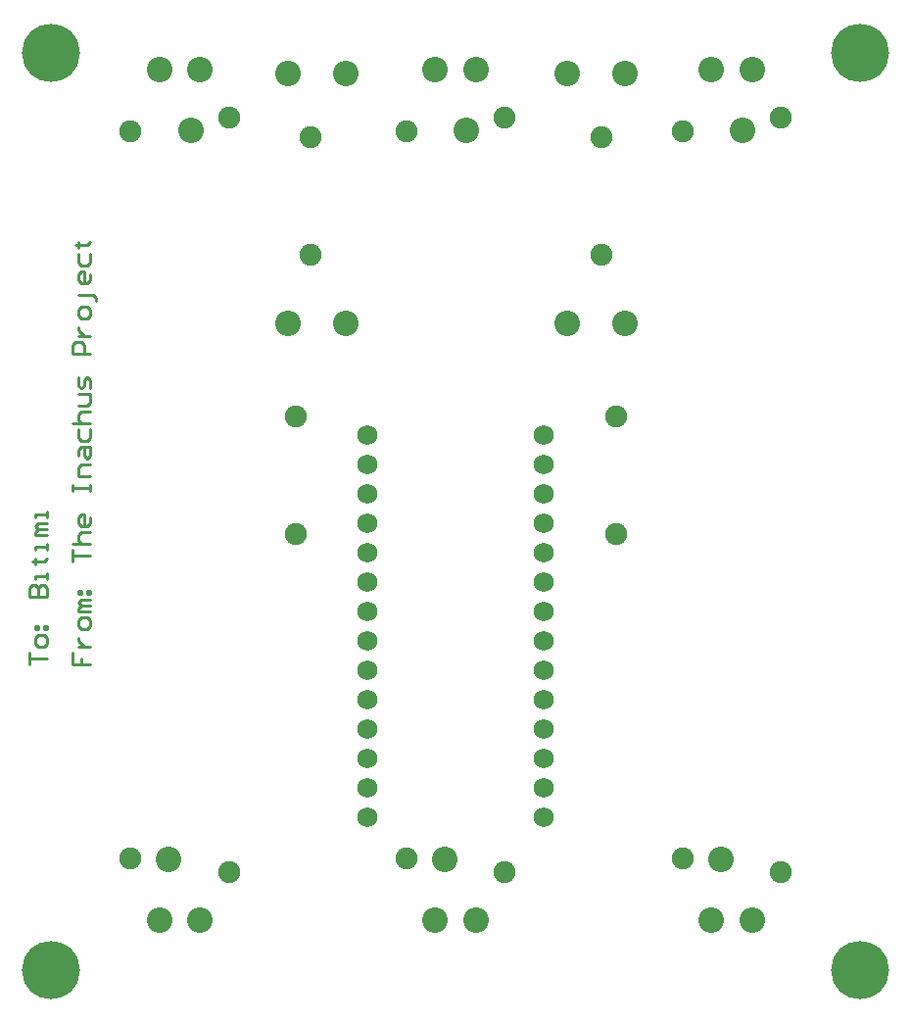
<source format=gts>
G04 Layer_Color=20142*
%FSLAX25Y25*%
%MOIN*%
G70*
G01*
G75*
%ADD11C,0.01000*%
%ADD16C,0.19800*%
%ADD17C,0.06800*%
%ADD18C,0.07493*%
%ADD19C,0.08674*%
D11*
X21502Y121999D02*
Y118000D01*
X24501D01*
Y119999D01*
Y118000D01*
X27500D01*
X23501Y123998D02*
X27500D01*
X25501D01*
X24501Y124998D01*
X23501Y125997D01*
Y126997D01*
X27500Y130996D02*
Y132995D01*
X26500Y133995D01*
X24501D01*
X23501Y132995D01*
Y130996D01*
X24501Y129996D01*
X26500D01*
X27500Y130996D01*
Y135994D02*
X23501D01*
Y136994D01*
X24501Y137994D01*
X27500D01*
X24501D01*
X23501Y138993D01*
X24501Y139993D01*
X27500D01*
X23501Y141992D02*
Y142992D01*
X24501D01*
Y141992D01*
X23501D01*
X26500D02*
Y142992D01*
X27500D01*
Y141992D01*
X26500D01*
X21502Y152989D02*
Y156987D01*
Y154988D01*
X27500D01*
X21502Y158987D02*
X27500D01*
X24501D01*
X23501Y159986D01*
Y161986D01*
X24501Y162985D01*
X27500D01*
Y167984D02*
Y165984D01*
X26500Y164985D01*
X24501D01*
X23501Y165984D01*
Y167984D01*
X24501Y168983D01*
X25501D01*
Y164985D01*
X21502Y176981D02*
Y178980D01*
Y177981D01*
X27500D01*
Y176981D01*
Y178980D01*
Y181979D02*
X23501D01*
Y184978D01*
X24501Y185978D01*
X27500D01*
X23501Y188977D02*
Y190976D01*
X24501Y191976D01*
X27500D01*
Y188977D01*
X26500Y187977D01*
X25501Y188977D01*
Y191976D01*
X23501Y197974D02*
Y194975D01*
X24501Y193975D01*
X26500D01*
X27500Y194975D01*
Y197974D01*
X21502Y199973D02*
X27500D01*
X24501D01*
X23501Y200973D01*
Y202973D01*
X24501Y203972D01*
X27500D01*
X23501Y205972D02*
X26500D01*
X27500Y206971D01*
Y209970D01*
X23501D01*
X27500Y211970D02*
Y214969D01*
X26500Y215968D01*
X25501Y214969D01*
Y212969D01*
X24501Y211970D01*
X23501Y212969D01*
Y215968D01*
X27500Y223966D02*
X21502D01*
Y226965D01*
X22502Y227964D01*
X24501D01*
X25501Y226965D01*
Y223966D01*
X23501Y229964D02*
X27500D01*
X25501D01*
X24501Y230963D01*
X23501Y231963D01*
Y232963D01*
X27500Y236962D02*
Y238961D01*
X26500Y239961D01*
X24501D01*
X23501Y238961D01*
Y236962D01*
X24501Y235962D01*
X26500D01*
X27500Y236962D01*
X29499Y241960D02*
Y242960D01*
X28500Y243959D01*
X23501D01*
X27500Y250957D02*
Y248958D01*
X26500Y247958D01*
X24501D01*
X23501Y248958D01*
Y250957D01*
X24501Y251957D01*
X25501D01*
Y247958D01*
X23501Y257955D02*
Y254956D01*
X24501Y253956D01*
X26500D01*
X27500Y254956D01*
Y257955D01*
X22502Y260954D02*
X23501D01*
Y259954D01*
Y261953D01*
Y260954D01*
X26500D01*
X27500Y261953D01*
X7002Y118000D02*
Y121999D01*
Y119999D01*
X13000D01*
Y124998D02*
Y126997D01*
X12000Y127997D01*
X10001D01*
X9001Y126997D01*
Y124998D01*
X10001Y123998D01*
X12000D01*
X13000Y124998D01*
X9001Y129996D02*
Y130996D01*
X10001D01*
Y129996D01*
X9001D01*
X12000D02*
Y130996D01*
X13000D01*
Y129996D01*
X12000D01*
X7002Y140993D02*
X13000D01*
Y143992D01*
X12000Y144991D01*
X11001D01*
X10001Y143992D01*
Y140993D01*
Y143992D01*
X9001Y144991D01*
X8002D01*
X7002Y143992D01*
Y140993D01*
X13000Y146991D02*
Y148990D01*
Y147990D01*
X9001D01*
Y146991D01*
X8002Y152989D02*
X9001D01*
Y151989D01*
Y153988D01*
Y152989D01*
X12000D01*
X13000Y153988D01*
Y156987D02*
Y158987D01*
Y157987D01*
X9001D01*
Y156987D01*
X13000Y161986D02*
X9001D01*
Y162985D01*
X10001Y163985D01*
X13000D01*
X10001D01*
X9001Y164985D01*
X10001Y165984D01*
X13000D01*
Y167984D02*
Y169983D01*
Y168983D01*
X9001D01*
Y167984D01*
D16*
X289750Y326000D02*
D03*
X14250D02*
D03*
Y14000D02*
D03*
X289750D02*
D03*
D17*
X182000Y196000D02*
D03*
Y186000D02*
D03*
Y176000D02*
D03*
Y166000D02*
D03*
Y156000D02*
D03*
Y146000D02*
D03*
Y136000D02*
D03*
X122000D02*
D03*
Y146000D02*
D03*
Y176000D02*
D03*
Y186000D02*
D03*
Y196000D02*
D03*
Y156000D02*
D03*
Y166000D02*
D03*
Y126000D02*
D03*
Y116000D02*
D03*
Y106000D02*
D03*
Y96000D02*
D03*
Y86000D02*
D03*
Y76000D02*
D03*
Y66000D02*
D03*
X182000D02*
D03*
Y76000D02*
D03*
Y86000D02*
D03*
Y96000D02*
D03*
Y106000D02*
D03*
Y116000D02*
D03*
Y126000D02*
D03*
D18*
X97500Y202500D02*
D03*
Y162500D02*
D03*
X102500Y297500D02*
D03*
Y257500D02*
D03*
X206500Y202500D02*
D03*
Y162500D02*
D03*
X201500Y297500D02*
D03*
Y257500D02*
D03*
X229228Y52248D02*
D03*
Y299492D02*
D03*
X262693Y304217D02*
D03*
Y47524D02*
D03*
X135287Y52248D02*
D03*
Y299492D02*
D03*
X168752Y304217D02*
D03*
Y47524D02*
D03*
X41346Y52248D02*
D03*
Y299492D02*
D03*
X74811Y304217D02*
D03*
Y47524D02*
D03*
D19*
X252851Y320555D02*
D03*
X239071D02*
D03*
X249701Y299886D02*
D03*
X242220Y51854D02*
D03*
X252851Y31185D02*
D03*
X239071D02*
D03*
X158909Y320555D02*
D03*
X145130D02*
D03*
X155760Y299886D02*
D03*
X148280Y51854D02*
D03*
X158909Y31185D02*
D03*
X145130D02*
D03*
X64968Y320555D02*
D03*
X51189D02*
D03*
X61819Y299886D02*
D03*
X54339Y51854D02*
D03*
X64968Y31185D02*
D03*
X51189D02*
D03*
X209626Y319094D02*
D03*
X189941D02*
D03*
X209626Y234095D02*
D03*
X189941D02*
D03*
X114626Y319094D02*
D03*
X94941D02*
D03*
X114626Y234095D02*
D03*
X94941D02*
D03*
M02*

</source>
